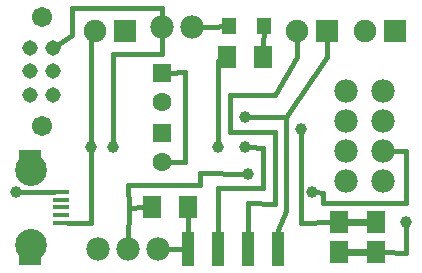
<source format=gbl>
G04 MADE WITH FRITZING*
G04 WWW.FRITZING.ORG*
G04 DOUBLE SIDED*
G04 HOLES PLATED*
G04 CONTOUR ON CENTER OF CONTOUR VECTOR*
%ASAXBY*%
%FSLAX23Y23*%
%MOIN*%
%OFA0B0*%
%SFA1.0B1.0*%
%ADD10C,0.039370*%
%ADD11C,0.051496*%
%ADD12C,0.067244*%
%ADD13C,0.106299*%
%ADD14C,0.062992*%
%ADD15C,0.078000*%
%ADD16C,0.075000*%
%ADD17R,0.062992X0.062992*%
%ADD18R,0.047244X0.055118*%
%ADD19R,0.062992X0.074803*%
%ADD20R,0.039370X0.118110*%
%ADD21R,0.055118X0.013780*%
%ADD22R,0.074803X0.070866*%
%ADD23R,0.075000X0.075000*%
%ADD24C,0.016000*%
%ADD25C,0.024000*%
%LNCOPPER0*%
G90*
G70*
G54D10*
X21Y255D03*
G54D11*
X68Y580D03*
X146Y580D03*
X68Y659D03*
X146Y659D03*
X68Y737D03*
X146Y737D03*
G54D12*
X107Y840D03*
X107Y477D03*
G54D13*
X71Y80D03*
X71Y330D03*
G54D10*
X346Y405D03*
G54D14*
X509Y453D03*
X509Y355D03*
X509Y653D03*
X509Y555D03*
G54D10*
X1009Y255D03*
X784Y405D03*
X796Y317D03*
X696Y405D03*
X971Y467D03*
X784Y505D03*
X1321Y155D03*
X271Y405D03*
G54D15*
X496Y67D03*
X396Y67D03*
X296Y67D03*
X509Y805D03*
X609Y805D03*
X1246Y592D03*
X1246Y492D03*
X1246Y392D03*
X1246Y292D03*
X1121Y592D03*
X1121Y492D03*
X1121Y392D03*
X1121Y292D03*
G54D16*
X384Y792D03*
X284Y792D03*
X1059Y792D03*
X959Y792D03*
X1284Y792D03*
X1184Y792D03*
G54D17*
X509Y453D03*
X509Y653D03*
G54D18*
X848Y809D03*
X730Y809D03*
G54D19*
X1221Y55D03*
X1099Y55D03*
X1221Y155D03*
X1099Y155D03*
X596Y205D03*
X474Y205D03*
X846Y705D03*
X724Y705D03*
G54D20*
X596Y67D03*
X696Y67D03*
X796Y67D03*
X896Y67D03*
G54D21*
X171Y154D03*
X171Y256D03*
X171Y179D03*
X171Y205D03*
X171Y230D03*
G54D22*
X67Y47D03*
X67Y362D03*
G54D23*
X384Y792D03*
X1059Y792D03*
X1284Y792D03*
G54D24*
X35Y255D02*
X149Y256D01*
G54D25*
D02*
X1195Y155D02*
X1125Y155D01*
G54D24*
D02*
X972Y154D02*
X971Y454D01*
D02*
X1073Y155D02*
X972Y154D01*
G54D25*
D02*
X1195Y55D02*
X1125Y55D01*
G54D24*
D02*
X1322Y54D02*
X1321Y141D01*
D02*
X1247Y55D02*
X1322Y54D01*
D02*
X397Y204D02*
X448Y205D01*
D02*
X596Y121D02*
X596Y173D01*
D02*
X583Y356D02*
X530Y355D01*
D02*
X583Y655D02*
X583Y356D01*
D02*
X530Y654D02*
X583Y655D01*
D02*
X959Y705D02*
X959Y769D01*
D02*
X884Y580D02*
X959Y705D01*
D02*
X796Y218D02*
X884Y217D01*
D02*
X884Y217D02*
X884Y455D01*
D02*
X734Y455D02*
X734Y580D01*
D02*
X884Y455D02*
X734Y455D01*
D02*
X734Y580D02*
X884Y580D01*
D02*
X796Y121D02*
X796Y218D01*
D02*
X582Y67D02*
X521Y67D01*
D02*
X696Y268D02*
X845Y268D01*
D02*
X845Y268D02*
X845Y404D01*
D02*
X845Y404D02*
X797Y405D01*
D02*
X696Y121D02*
X696Y268D01*
D02*
X1059Y705D02*
X1059Y769D01*
D02*
X921Y505D02*
X1059Y705D01*
D02*
X209Y779D02*
X164Y749D01*
D02*
X509Y868D02*
X209Y868D01*
D02*
X209Y868D02*
X209Y779D01*
D02*
X509Y829D02*
X509Y868D01*
D02*
X635Y280D02*
X634Y318D01*
D02*
X634Y318D02*
X783Y317D01*
D02*
X396Y280D02*
X635Y280D01*
D02*
X397Y204D02*
X396Y280D01*
D02*
X396Y92D02*
X397Y204D01*
D02*
X1046Y218D02*
X1322Y218D01*
D02*
X1322Y218D02*
X1322Y393D01*
D02*
X1322Y393D02*
X1271Y392D01*
D02*
X1045Y254D02*
X1046Y218D01*
D02*
X1022Y255D02*
X1045Y254D01*
D02*
X684Y805D02*
X633Y805D01*
D02*
X712Y808D02*
X684Y805D01*
D02*
X846Y755D02*
X847Y787D01*
D02*
X846Y737D02*
X846Y755D01*
D02*
X696Y692D02*
X698Y693D01*
D02*
X696Y418D02*
X696Y692D01*
D02*
X272Y779D02*
X268Y775D01*
D02*
X271Y418D02*
X272Y779D01*
D02*
X896Y130D02*
X921Y192D01*
D02*
X896Y121D02*
X896Y130D01*
D02*
X921Y192D02*
X921Y505D01*
D02*
X921Y505D02*
X797Y505D01*
D02*
X346Y717D02*
X509Y717D01*
D02*
X509Y717D02*
X509Y780D01*
D02*
X346Y418D02*
X346Y717D01*
D02*
X272Y154D02*
X271Y391D01*
D02*
X193Y154D02*
X272Y154D01*
G04 End of Copper0*
M02*
</source>
